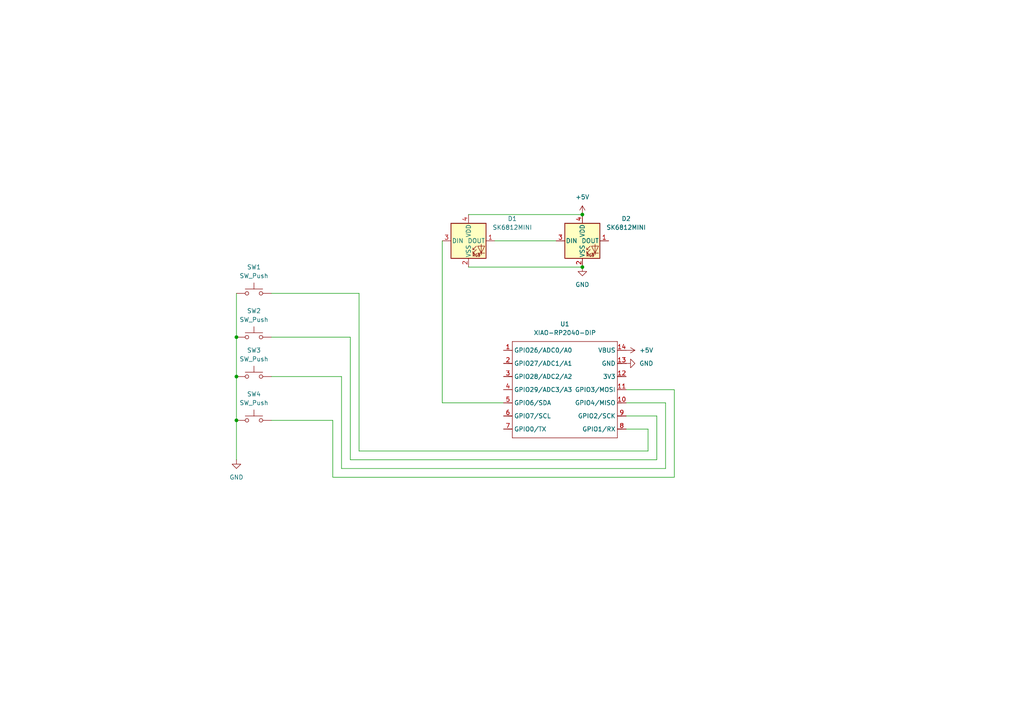
<source format=kicad_sch>
(kicad_sch (version 20250114) (generator "eeschema") (generator_version "9.0")
  (paper "A4")
  (lib_symbols
    (symbol "LED:SK6812MINI" (pin_names (offset 0.254))
      (property "Reference" "D" (at 5.08 5.715 0))
      (property "Value" "SK6812MINI" (at 1.27 -5.715 0))
      (symbol "SK6812MINI_0_0"
        (text "RGB" (at 2.286 -4.191 0) (effects (font (size 0.762 0.762))))
      )
      (symbol "SK6812MINI_0_1"
        (polyline (pts (xy 1.27 -2.54) (xy 1.778 -2.54)))
        (polyline (pts (xy 1.27 -3.556) (xy 1.778 -3.556)))
        (polyline (pts (xy 2.286 -1.524) (xy 1.27 -2.54) (xy 1.27 -2.032)))
        (polyline (pts (xy 2.286 -2.54) (xy 1.27 -3.556) (xy 1.27 -3.048)))
        (polyline (pts (xy 3.683 -1.016) (xy 3.683 -3.556) (xy 3.683 -4.064)))
        (polyline (pts (xy 4.699 -1.524) (xy 2.667 -1.524) (xy 3.683 -3.556) (xy 4.699 -1.524)))
        (polyline (pts (xy 4.699 -3.556) (xy 2.667 -3.556)))
        (rectangle (start 5.08 5.08) (end -5.08 -5.08) (stroke (width 0.254)) (fill (type background)))
      )
      (symbol "SK6812MINI_1_1"
        (pin input line (at -7.62 0 0) (length 2.54) (name "DIN") (number "3"))
        (pin power_in line (at 0 7.62 270) (length 2.54) (name "VDD") (number "4"))
        (pin power_in line (at 0 -7.62 90) (length 2.54) (name "VSS") (number "2"))
        (pin output line (at 7.62 0 180) (length 2.54) (name "DOUT") (number "1"))
      )
    )
    (symbol "OPL:XIAO-RP2040-DIP"
      (property "Reference" "U" (at 0 0 0))
      (property "Value" "XIAO-RP2040-DIP" (at 5.334 -1.778 0))
      (symbol "XIAO-RP2040-DIP_1_0"
        (polyline (pts (xy -1.27 -2.54) (xy 29.21 -2.54)) (stroke (width 0.1524)))
        (polyline (pts (xy -1.27 -5.08) (xy -2.54 -5.08)) (stroke (width 0.1524)))
        (polyline (pts (xy -1.27 -5.08) (xy -1.27 -2.54)) (stroke (width 0.1524)))
        (polyline (pts (xy -1.27 -8.89) (xy -2.54 -8.89)) (stroke (width 0.1524)))
        (polyline (pts (xy -1.27 -8.89) (xy -1.27 -5.08)) (stroke (width 0.1524)))
        (polyline (pts (xy -1.27 -12.7) (xy -2.54 -12.7)) (stroke (width 0.1524)))
        (polyline (pts (xy -1.27 -12.7) (xy -1.27 -8.89)) (stroke (width 0.1524)))
        (polyline (pts (xy -1.27 -16.51) (xy -2.54 -16.51)) (stroke (width 0.1524)))
        (polyline (pts (xy -1.27 -16.51) (xy -1.27 -12.7)) (stroke (width 0.1524)))
        (polyline (pts (xy -1.27 -20.32) (xy -2.54 -20.32)) (stroke (width 0.1524)))
        (polyline (pts (xy -1.27 -24.13) (xy -2.54 -24.13)) (stroke (width 0.1524)))
        (polyline (pts (xy -1.27 -27.94) (xy -2.54 -27.94)) (stroke (width 0.1524)))
        (polyline (pts (xy -1.27 -30.48) (xy -1.27 -16.51)) (stroke (width 0.1524)))
        (polyline (pts (xy 29.21 -2.54) (xy 29.21 -5.08)) (stroke (width 0.1524)))
        (polyline (pts (xy 29.21 -5.08) (xy 29.21 -8.89)) (stroke (width 0.1524)))
        (polyline (pts (xy 29.21 -8.89) (xy 29.21 -12.7)) (stroke (width 0.1524)))
        (polyline (pts (xy 29.21 -12.7) (xy 29.21 -30.48)) (stroke (width 0.1524)))
        (polyline (pts (xy 29.21 -30.48) (xy -1.27 -30.48)) (stroke (width 0.1524)))
        (polyline (pts (xy 30.48 -5.08) (xy 29.21 -5.08)) (stroke (width 0.1524)))
        (polyline (pts (xy 30.48 -8.89) (xy 29.21 -8.89)) (stroke (width 0.1524)))
        (polyline (pts (xy 30.48 -12.7) (xy 29.21 -12.7)) (stroke (width 0.1524)))
        (polyline (pts (xy 30.48 -16.51) (xy 29.21 -16.51)) (stroke (width 0.1524)))
        (polyline (pts (xy 30.48 -20.32) (xy 29.21 -20.32)) (stroke (width 0.1524)))
        (polyline (pts (xy 30.48 -24.13) (xy 29.21 -24.13)) (stroke (width 0.1524)))
        (polyline (pts (xy 30.48 -27.94) (xy 29.21 -27.94)) (stroke (width 0.1524)))
        (pin passive line (at -3.81 -5.08 0) (length 2.54) (name "GPIO26/ADC0/A0") (number "1"))
        (pin passive line (at -3.81 -8.89 0) (length 2.54) (name "GPIO27/ADC1/A1") (number "2"))
        (pin passive line (at -3.81 -12.7 0) (length 2.54) (name "GPIO28/ADC2/A2") (number "3"))
        (pin passive line (at -3.81 -16.51 0) (length 2.54) (name "GPIO29/ADC3/A3") (number "4"))
        (pin passive line (at -3.81 -20.32 0) (length 2.54) (name "GPIO6/SDA") (number "5"))
        (pin passive line (at -3.81 -24.13 0) (length 2.54) (name "GPIO7/SCL") (number "6"))
        (pin passive line (at -3.81 -27.94 0) (length 2.54) (name "GPIO0/TX") (number "7"))
        (pin passive line (at 31.75 -5.08 180) (length 2.54) (name "VBUS") (number "14"))
        (pin passive line (at 31.75 -8.89 180) (length 2.54) (name "GND") (number "13"))
        (pin passive line (at 31.75 -12.7 180) (length 2.54) (name "3V3") (number "12"))
        (pin passive line (at 31.75 -16.51 180) (length 2.54) (name "GPIO3/MOSI") (number "11"))
        (pin passive line (at 31.75 -20.32 180) (length 2.54) (name "GPIO4/MISO") (number "10"))
        (pin passive line (at 31.75 -24.13 180) (length 2.54) (name "GPIO2/SCK") (number "9"))
        (pin passive line (at 31.75 -27.94 180) (length 2.54) (name "GPIO1/RX") (number "8"))
      )
    )
    (symbol "Switch:SW_Push" (pin_numbers (hide yes)) (pin_names (offset 1.016) (hide yes))
      (property "Reference" "SW" (at 1.27 2.54 0))
      (property "Value" "SW_Push" (at 0 -1.524 0))
      (symbol "SW_Push_0_1"
        (circle (center -2.032 0) (radius 0.508))
        (polyline (pts (xy 0 1.27) (xy 0 3.048)))
        (circle (center 2.032 0) (radius 0.508))
        (polyline (pts (xy 2.54 1.27) (xy -2.54 1.27)))
        (pin passive line (at -5.08 0 0) (length 2.54) (name "1") (number "1"))
        (pin passive line (at 5.08 0 180) (length 2.54) (name "2") (number "2"))
      )
    )
    (symbol "power:+5V" (power) (pin_numbers (hide yes)) (pin_names (offset 0) (hide yes))
      (property "Value" "+5V" (at 0 3.556 0))
      (symbol "+5V_0_1"
        (polyline (pts (xy -0.762 1.27) (xy 0 2.54)))
        (polyline (pts (xy 0 2.54) (xy 0.762 1.27)))
        (polyline (pts (xy 0 0) (xy 0 2.54)))
      )
      (symbol "+5V_1_1"
        (pin power_in line (at 0 0 90) (length 0) (name "~") (number "1"))
      )
    )
    (symbol "power:GND" (power) (pin_numbers (hide yes)) (pin_names (offset 0) (hide yes))
      (property "Value" "GND" (at 0 -3.81 0))
      (symbol "GND_0_1"
        (polyline (pts (xy 0 0) (xy 0 -1.27) (xy 1.27 -1.27) (xy 0 -2.54) (xy -1.27 -1.27) (xy 0 -1.27)))
      )
      (symbol "GND_1_1"
        (pin power_in line (at 0 0 270) (length 0) (name "~") (number "1"))
      )
    )
  )
  (junction (at 168.91 62.23))
  (junction (at 68.58 121.92))
  (junction (at 68.58 97.79))
  (junction (at 168.91 77.47))
  (junction (at 68.58 109.22))
  (no_connect (at 304.8 33.02))
  (wire (pts (xy 181.61 120.65) (xy 190.5 120.65)))
  (wire (pts (xy 99.06 135.89) (xy 99.06 109.22)))
  (wire (pts (xy 68.58 85.09) (xy 68.58 97.79)))
  (wire (pts (xy 135.89 77.47) (xy 168.91 77.47)))
  (wire (pts (xy 78.74 109.22) (xy 99.06 109.22)))
  (wire (pts (xy 195.58 138.43) (xy 96.52 138.43)))
  (wire (pts (xy 68.58 121.92) (xy 68.58 133.35)))
  (wire (pts (xy 68.58 97.79) (xy 68.58 109.22)))
  (wire (pts (xy 193.04 135.89) (xy 99.06 135.89)))
  (wire (pts (xy 78.74 97.79) (xy 101.6 97.79)))
  (wire (pts (xy 78.74 85.09) (xy 104.14 85.09)))
  (wire (pts (xy 135.89 62.23) (xy 168.91 62.23)))
  (wire (pts (xy 128.27 69.85) (xy 128.27 116.84)))
  (wire (pts (xy 195.58 113.03) (xy 195.58 138.43)))
  (wire (pts (xy 181.61 116.84) (xy 193.04 116.84)))
  (wire (pts (xy 101.6 133.35) (xy 101.6 97.79)))
  (wire (pts (xy 187.96 124.46) (xy 187.96 130.81)))
  (wire (pts (xy 193.04 116.84) (xy 193.04 135.89)))
  (wire (pts (xy 96.52 138.43) (xy 96.52 121.92)))
  (wire (pts (xy 190.5 133.35) (xy 101.6 133.35)))
  (wire (pts (xy 68.58 109.22) (xy 68.58 121.92)))
  (wire (pts (xy 128.27 116.84) (xy 146.05 116.84)))
  (wire (pts (xy 181.61 124.46) (xy 187.96 124.46)))
  (wire (pts (xy 104.14 130.81) (xy 104.14 85.09)))
  (wire (pts (xy 143.51 69.85) (xy 161.29 69.85)))
  (wire (pts (xy 181.61 113.03) (xy 195.58 113.03)))
  (wire (pts (xy 96.52 121.92) (xy 78.74 121.92)))
  (wire (pts (xy 190.5 120.65) (xy 190.5 133.35)))
  (wire (pts (xy 187.96 130.81) (xy 104.14 130.81)))
  (symbol (lib_id "Switch:SW_Push") (at 73.66 97.79 0) (unit 1)
    (property "Reference" "SW2" (at 73.66 90.17 0))
    (property "Value" "SW_Push" (at 73.66 92.71 0))
    (property "Footprint" "Button_Switch_Keyboard:SW_Cherry_MX_1.00u_PCB" (effects (hide yes)))
    (property "Description" "Push button switch, generic, two pins" (effects (hide yes)))
  )
  (symbol (lib_id "OPL:XIAO-RP2040-DIP") (at 149.86 96.52 0) (unit 1)
    (property "Reference" "U1" (at 163.83 93.98 0))
    (property "Value" "XIAO-RP2040-DIP" (at 163.83 96.52 0))
    (property "Footprint" "OPL:XIAO-RP2040-DIP" (effects (hide yes)))
  )
  (symbol (lib_id "LED:SK6812MINI") (at 168.91 69.85 0) (unit 1)
    (property "Reference" "D2" (at 181.61 63.4298 0))
    (property "Value" "SK6812MINI" (at 181.61 65.9698 0))
    (property "Footprint" "LED_SMD:LED_SK6812MINI_PLCC4_3.5x3.5mm_P1.75mm" (effects (hide yes)))
    (property "Datasheet" "https://cdn-shop.adafruit.com/product-files/2686/SK6812MINI_REV.01-1-2.pdf" (effects (hide yes)))
    (property "Description" "RGB LED with integrated controller" (effects (hide yes)))
  )
  (symbol (lib_id "power:+5V") (at 181.61 101.6 270) (unit 1)
    (property "Reference" "#PWR02" (effects (hide yes)))
    (property "Value" "+5V" (at 185.42 101.5999 90) (effects (justify left)))
    (property "Description" "Power symbol creates a global label with name \"+5V\"" (effects (hide yes)))
  )
  (symbol (lib_id "Switch:SW_Push") (at 73.66 109.22 0) (unit 1)
    (property "Reference" "SW3" (at 73.66 101.6 0))
    (property "Value" "SW_Push" (at 73.66 104.14 0))
    (property "Footprint" "Button_Switch_Keyboard:SW_Cherry_MX_1.00u_PCB" (effects (hide yes)))
    (property "Description" "Push button switch, generic, two pins" (effects (hide yes)))
  )
  (symbol (lib_id "LED:SK6812MINI") (at 135.89 69.85 0) (unit 1)
    (property "Reference" "D1" (at 148.59 63.4298 0))
    (property "Value" "SK6812MINI" (at 148.59 65.9698 0))
    (property "Footprint" "LED_SMD:LED_SK6812MINI_PLCC4_3.5x3.5mm_P1.75mm" (effects (hide yes)))
    (property "Datasheet" "https://cdn-shop.adafruit.com/product-files/2686/SK6812MINI_REV.01-1-2.pdf" (effects (hide yes)))
    (property "Description" "RGB LED with integrated controller" (effects (hide yes)))
  )
  (symbol (lib_id "power:GND") (at 181.61 105.41 90) (unit 1)
    (property "Reference" "#PWR03" (effects (hide yes)))
    (property "Value" "GND" (at 185.42 105.4099 90) (effects (justify right)))
    (property "Description" "Power symbol creates a global label with name \"GND\" , ground" (effects (hide yes)))
  )
  (symbol (lib_id "power:+5V") (at 168.91 62.23 0) (unit 1)
    (property "Reference" "#PWR04" (effects (hide yes)))
    (property "Value" "+5V" (at 168.91 57.15 0))
    (property "Description" "Power symbol creates a global label with name \"+5V\"" (effects (hide yes)))
  )
  (symbol (lib_id "Switch:SW_Push") (at 73.66 121.92 0) (unit 1)
    (property "Reference" "SW4" (at 73.66 114.3 0))
    (property "Value" "SW_Push" (at 73.66 116.84 0))
    (property "Footprint" "Button_Switch_Keyboard:SW_Cherry_MX_1.00u_PCB" (effects (hide yes)))
    (property "Description" "Push button switch, generic, two pins" (effects (hide yes)))
  )
  (symbol (lib_id "power:GND") (at 168.91 77.47 0) (unit 1)
    (property "Reference" "#PWR05" (effects (hide yes)))
    (property "Value" "GND" (at 168.91 82.55 0))
    (property "Description" "Power symbol creates a global label with name \"GND\" , ground" (effects (hide yes)))
  )
  (symbol (lib_id "power:GND") (at 68.58 133.35 0) (unit 1)
    (property "Reference" "#PWR01" (effects (hide yes)))
    (property "Value" "GND" (at 68.58 138.43 0))
    (property "Description" "Power symbol creates a global label with name \"GND\" , ground" (effects (hide yes)))
  )
  (symbol (lib_id "Switch:SW_Push") (at 73.66 85.09 0) (unit 1)
    (property "Reference" "SW1" (at 73.66 77.47 0))
    (property "Value" "SW_Push" (at 73.66 80.01 0))
    (property "Footprint" "Button_Switch_Keyboard:SW_Cherry_MX_1.00u_PCB" (effects (hide yes)))
    (property "Description" "Push button switch, generic, two pins" (effects (hide yes)))
  )
)
</source>
